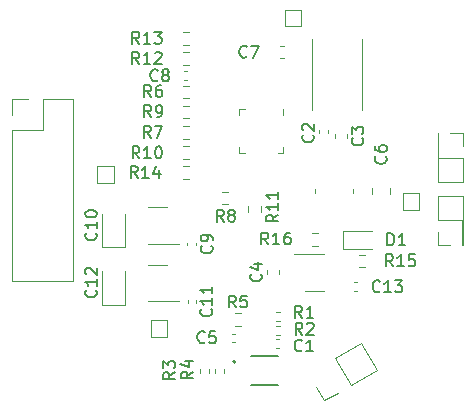
<source format=gbr>
%TF.GenerationSoftware,KiCad,Pcbnew,(6.0.4)*%
%TF.CreationDate,2023-05-25T13:34:33-04:00*%
%TF.ProjectId,PWR,5057522e-6b69-4636-9164-5f7063625858,rev?*%
%TF.SameCoordinates,Original*%
%TF.FileFunction,Legend,Top*%
%TF.FilePolarity,Positive*%
%FSLAX46Y46*%
G04 Gerber Fmt 4.6, Leading zero omitted, Abs format (unit mm)*
G04 Created by KiCad (PCBNEW (6.0.4)) date 2023-05-25 13:34:33*
%MOMM*%
%LPD*%
G01*
G04 APERTURE LIST*
%ADD10C,0.150000*%
%ADD11C,0.120000*%
%ADD12C,0.127000*%
%ADD13C,0.200000*%
G04 APERTURE END LIST*
D10*
%TO.C,C5*%
X144213333Y-108307142D02*
X144165714Y-108354761D01*
X144022857Y-108402380D01*
X143927619Y-108402380D01*
X143784761Y-108354761D01*
X143689523Y-108259523D01*
X143641904Y-108164285D01*
X143594285Y-107973809D01*
X143594285Y-107830952D01*
X143641904Y-107640476D01*
X143689523Y-107545238D01*
X143784761Y-107450000D01*
X143927619Y-107402380D01*
X144022857Y-107402380D01*
X144165714Y-107450000D01*
X144213333Y-107497619D01*
X145118095Y-107402380D02*
X144641904Y-107402380D01*
X144594285Y-107878571D01*
X144641904Y-107830952D01*
X144737142Y-107783333D01*
X144975238Y-107783333D01*
X145070476Y-107830952D01*
X145118095Y-107878571D01*
X145165714Y-107973809D01*
X145165714Y-108211904D01*
X145118095Y-108307142D01*
X145070476Y-108354761D01*
X144975238Y-108402380D01*
X144737142Y-108402380D01*
X144641904Y-108354761D01*
X144594285Y-108307142D01*
%TO.C,R3*%
X141684880Y-110866666D02*
X141208690Y-111200000D01*
X141684880Y-111438095D02*
X140684880Y-111438095D01*
X140684880Y-111057142D01*
X140732500Y-110961904D01*
X140780119Y-110914285D01*
X140875357Y-110866666D01*
X141018214Y-110866666D01*
X141113452Y-110914285D01*
X141161071Y-110961904D01*
X141208690Y-111057142D01*
X141208690Y-111438095D01*
X140684880Y-110533333D02*
X140684880Y-109914285D01*
X141065833Y-110247619D01*
X141065833Y-110104761D01*
X141113452Y-110009523D01*
X141161071Y-109961904D01*
X141256309Y-109914285D01*
X141494404Y-109914285D01*
X141589642Y-109961904D01*
X141637261Y-110009523D01*
X141684880Y-110104761D01*
X141684880Y-110390476D01*
X141637261Y-110485714D01*
X141589642Y-110533333D01*
%TO.C,R15*%
X160137142Y-101892380D02*
X159803809Y-101416190D01*
X159565714Y-101892380D02*
X159565714Y-100892380D01*
X159946666Y-100892380D01*
X160041904Y-100940000D01*
X160089523Y-100987619D01*
X160137142Y-101082857D01*
X160137142Y-101225714D01*
X160089523Y-101320952D01*
X160041904Y-101368571D01*
X159946666Y-101416190D01*
X159565714Y-101416190D01*
X161089523Y-101892380D02*
X160518095Y-101892380D01*
X160803809Y-101892380D02*
X160803809Y-100892380D01*
X160708571Y-101035238D01*
X160613333Y-101130476D01*
X160518095Y-101178095D01*
X161994285Y-100892380D02*
X161518095Y-100892380D01*
X161470476Y-101368571D01*
X161518095Y-101320952D01*
X161613333Y-101273333D01*
X161851428Y-101273333D01*
X161946666Y-101320952D01*
X161994285Y-101368571D01*
X162041904Y-101463809D01*
X162041904Y-101701904D01*
X161994285Y-101797142D01*
X161946666Y-101844761D01*
X161851428Y-101892380D01*
X161613333Y-101892380D01*
X161518095Y-101844761D01*
X161470476Y-101797142D01*
%TO.C,C4*%
X148957142Y-102556666D02*
X149004761Y-102604285D01*
X149052380Y-102747142D01*
X149052380Y-102842380D01*
X149004761Y-102985238D01*
X148909523Y-103080476D01*
X148814285Y-103128095D01*
X148623809Y-103175714D01*
X148480952Y-103175714D01*
X148290476Y-103128095D01*
X148195238Y-103080476D01*
X148100000Y-102985238D01*
X148052380Y-102842380D01*
X148052380Y-102747142D01*
X148100000Y-102604285D01*
X148147619Y-102556666D01*
X148385714Y-101699523D02*
X149052380Y-101699523D01*
X148004761Y-101937619D02*
X148719047Y-102175714D01*
X148719047Y-101556666D01*
%TO.C,C13*%
X159037142Y-103997142D02*
X158989523Y-104044761D01*
X158846666Y-104092380D01*
X158751428Y-104092380D01*
X158608571Y-104044761D01*
X158513333Y-103949523D01*
X158465714Y-103854285D01*
X158418095Y-103663809D01*
X158418095Y-103520952D01*
X158465714Y-103330476D01*
X158513333Y-103235238D01*
X158608571Y-103140000D01*
X158751428Y-103092380D01*
X158846666Y-103092380D01*
X158989523Y-103140000D01*
X159037142Y-103187619D01*
X159989523Y-104092380D02*
X159418095Y-104092380D01*
X159703809Y-104092380D02*
X159703809Y-103092380D01*
X159608571Y-103235238D01*
X159513333Y-103330476D01*
X159418095Y-103378095D01*
X160322857Y-103092380D02*
X160941904Y-103092380D01*
X160608571Y-103473333D01*
X160751428Y-103473333D01*
X160846666Y-103520952D01*
X160894285Y-103568571D01*
X160941904Y-103663809D01*
X160941904Y-103901904D01*
X160894285Y-103997142D01*
X160846666Y-104044761D01*
X160751428Y-104092380D01*
X160465714Y-104092380D01*
X160370476Y-104044761D01*
X160322857Y-103997142D01*
%TO.C,R13*%
X138652862Y-83046660D02*
X138319529Y-82570470D01*
X138081434Y-83046660D02*
X138081434Y-82046660D01*
X138462386Y-82046660D01*
X138557624Y-82094280D01*
X138605243Y-82141899D01*
X138652862Y-82237137D01*
X138652862Y-82379994D01*
X138605243Y-82475232D01*
X138557624Y-82522851D01*
X138462386Y-82570470D01*
X138081434Y-82570470D01*
X139605243Y-83046660D02*
X139033815Y-83046660D01*
X139319529Y-83046660D02*
X139319529Y-82046660D01*
X139224291Y-82189518D01*
X139129053Y-82284756D01*
X139033815Y-82332375D01*
X139938577Y-82046660D02*
X140557624Y-82046660D01*
X140224291Y-82427613D01*
X140367148Y-82427613D01*
X140462386Y-82475232D01*
X140510005Y-82522851D01*
X140557624Y-82618089D01*
X140557624Y-82856184D01*
X140510005Y-82951422D01*
X140462386Y-82999041D01*
X140367148Y-83046660D01*
X140081434Y-83046660D01*
X139986196Y-82999041D01*
X139938577Y-82951422D01*
%TO.C,R16*%
X149587142Y-100032380D02*
X149253809Y-99556190D01*
X149015714Y-100032380D02*
X149015714Y-99032380D01*
X149396666Y-99032380D01*
X149491904Y-99080000D01*
X149539523Y-99127619D01*
X149587142Y-99222857D01*
X149587142Y-99365714D01*
X149539523Y-99460952D01*
X149491904Y-99508571D01*
X149396666Y-99556190D01*
X149015714Y-99556190D01*
X150539523Y-100032380D02*
X149968095Y-100032380D01*
X150253809Y-100032380D02*
X150253809Y-99032380D01*
X150158571Y-99175238D01*
X150063333Y-99270476D01*
X149968095Y-99318095D01*
X151396666Y-99032380D02*
X151206190Y-99032380D01*
X151110952Y-99080000D01*
X151063333Y-99127619D01*
X150968095Y-99270476D01*
X150920476Y-99460952D01*
X150920476Y-99841904D01*
X150968095Y-99937142D01*
X151015714Y-99984761D01*
X151110952Y-100032380D01*
X151301428Y-100032380D01*
X151396666Y-99984761D01*
X151444285Y-99937142D01*
X151491904Y-99841904D01*
X151491904Y-99603809D01*
X151444285Y-99508571D01*
X151396666Y-99460952D01*
X151301428Y-99413333D01*
X151110952Y-99413333D01*
X151015714Y-99460952D01*
X150968095Y-99508571D01*
X150920476Y-99603809D01*
%TO.C,C1*%
X152443333Y-108997142D02*
X152395714Y-109044761D01*
X152252857Y-109092380D01*
X152157619Y-109092380D01*
X152014761Y-109044761D01*
X151919523Y-108949523D01*
X151871904Y-108854285D01*
X151824285Y-108663809D01*
X151824285Y-108520952D01*
X151871904Y-108330476D01*
X151919523Y-108235238D01*
X152014761Y-108140000D01*
X152157619Y-108092380D01*
X152252857Y-108092380D01*
X152395714Y-108140000D01*
X152443333Y-108187619D01*
X153395714Y-109092380D02*
X152824285Y-109092380D01*
X153110000Y-109092380D02*
X153110000Y-108092380D01*
X153014761Y-108235238D01*
X152919523Y-108330476D01*
X152824285Y-108378095D01*
%TO.C,R12*%
X138652862Y-84746660D02*
X138319529Y-84270470D01*
X138081434Y-84746660D02*
X138081434Y-83746660D01*
X138462386Y-83746660D01*
X138557624Y-83794280D01*
X138605243Y-83841899D01*
X138652862Y-83937137D01*
X138652862Y-84079994D01*
X138605243Y-84175232D01*
X138557624Y-84222851D01*
X138462386Y-84270470D01*
X138081434Y-84270470D01*
X139605243Y-84746660D02*
X139033815Y-84746660D01*
X139319529Y-84746660D02*
X139319529Y-83746660D01*
X139224291Y-83889518D01*
X139129053Y-83984756D01*
X139033815Y-84032375D01*
X139986196Y-83841899D02*
X140033815Y-83794280D01*
X140129053Y-83746660D01*
X140367148Y-83746660D01*
X140462386Y-83794280D01*
X140510005Y-83841899D01*
X140557624Y-83937137D01*
X140557624Y-84032375D01*
X140510005Y-84175232D01*
X139938577Y-84746660D01*
X140557624Y-84746660D01*
%TO.C,R11*%
X150432380Y-97512857D02*
X149956190Y-97846190D01*
X150432380Y-98084285D02*
X149432380Y-98084285D01*
X149432380Y-97703333D01*
X149480000Y-97608095D01*
X149527619Y-97560476D01*
X149622857Y-97512857D01*
X149765714Y-97512857D01*
X149860952Y-97560476D01*
X149908571Y-97608095D01*
X149956190Y-97703333D01*
X149956190Y-98084285D01*
X150432380Y-96560476D02*
X150432380Y-97131904D01*
X150432380Y-96846190D02*
X149432380Y-96846190D01*
X149575238Y-96941428D01*
X149670476Y-97036666D01*
X149718095Y-97131904D01*
X150432380Y-95608095D02*
X150432380Y-96179523D01*
X150432380Y-95893809D02*
X149432380Y-95893809D01*
X149575238Y-95989047D01*
X149670476Y-96084285D01*
X149718095Y-96179523D01*
%TO.C,R5*%
X146843333Y-105372380D02*
X146510000Y-104896190D01*
X146271904Y-105372380D02*
X146271904Y-104372380D01*
X146652857Y-104372380D01*
X146748095Y-104420000D01*
X146795714Y-104467619D01*
X146843333Y-104562857D01*
X146843333Y-104705714D01*
X146795714Y-104800952D01*
X146748095Y-104848571D01*
X146652857Y-104896190D01*
X146271904Y-104896190D01*
X147748095Y-104372380D02*
X147271904Y-104372380D01*
X147224285Y-104848571D01*
X147271904Y-104800952D01*
X147367142Y-104753333D01*
X147605238Y-104753333D01*
X147700476Y-104800952D01*
X147748095Y-104848571D01*
X147795714Y-104943809D01*
X147795714Y-105181904D01*
X147748095Y-105277142D01*
X147700476Y-105324761D01*
X147605238Y-105372380D01*
X147367142Y-105372380D01*
X147271904Y-105324761D01*
X147224285Y-105277142D01*
%TO.C,C11*%
X144757142Y-105522857D02*
X144804761Y-105570476D01*
X144852380Y-105713333D01*
X144852380Y-105808571D01*
X144804761Y-105951428D01*
X144709523Y-106046666D01*
X144614285Y-106094285D01*
X144423809Y-106141904D01*
X144280952Y-106141904D01*
X144090476Y-106094285D01*
X143995238Y-106046666D01*
X143900000Y-105951428D01*
X143852380Y-105808571D01*
X143852380Y-105713333D01*
X143900000Y-105570476D01*
X143947619Y-105522857D01*
X144852380Y-104570476D02*
X144852380Y-105141904D01*
X144852380Y-104856190D02*
X143852380Y-104856190D01*
X143995238Y-104951428D01*
X144090476Y-105046666D01*
X144138095Y-105141904D01*
X144852380Y-103618095D02*
X144852380Y-104189523D01*
X144852380Y-103903809D02*
X143852380Y-103903809D01*
X143995238Y-103999047D01*
X144090476Y-104094285D01*
X144138095Y-104189523D01*
%TO.C,C3*%
X157542862Y-91010946D02*
X157590481Y-91058565D01*
X157638100Y-91201422D01*
X157638100Y-91296660D01*
X157590481Y-91439518D01*
X157495243Y-91534756D01*
X157400005Y-91582375D01*
X157209529Y-91629994D01*
X157066672Y-91629994D01*
X156876196Y-91582375D01*
X156780958Y-91534756D01*
X156685720Y-91439518D01*
X156638100Y-91296660D01*
X156638100Y-91201422D01*
X156685720Y-91058565D01*
X156733339Y-91010946D01*
X156638100Y-90677613D02*
X156638100Y-90058565D01*
X157019053Y-90391899D01*
X157019053Y-90249041D01*
X157066672Y-90153803D01*
X157114291Y-90106184D01*
X157209529Y-90058565D01*
X157447624Y-90058565D01*
X157542862Y-90106184D01*
X157590481Y-90153803D01*
X157638100Y-90249041D01*
X157638100Y-90534756D01*
X157590481Y-90629994D01*
X157542862Y-90677613D01*
%TO.C,R10*%
X138682862Y-92746660D02*
X138349529Y-92270470D01*
X138111434Y-92746660D02*
X138111434Y-91746660D01*
X138492386Y-91746660D01*
X138587624Y-91794280D01*
X138635243Y-91841899D01*
X138682862Y-91937137D01*
X138682862Y-92079994D01*
X138635243Y-92175232D01*
X138587624Y-92222851D01*
X138492386Y-92270470D01*
X138111434Y-92270470D01*
X139635243Y-92746660D02*
X139063815Y-92746660D01*
X139349529Y-92746660D02*
X139349529Y-91746660D01*
X139254291Y-91889518D01*
X139159053Y-91984756D01*
X139063815Y-92032375D01*
X140254291Y-91746660D02*
X140349529Y-91746660D01*
X140444767Y-91794280D01*
X140492386Y-91841899D01*
X140540005Y-91937137D01*
X140587624Y-92127613D01*
X140587624Y-92365708D01*
X140540005Y-92556184D01*
X140492386Y-92651422D01*
X140444767Y-92699041D01*
X140349529Y-92746660D01*
X140254291Y-92746660D01*
X140159053Y-92699041D01*
X140111434Y-92651422D01*
X140063815Y-92556184D01*
X140016196Y-92365708D01*
X140016196Y-92127613D01*
X140063815Y-91937137D01*
X140111434Y-91841899D01*
X140159053Y-91794280D01*
X140254291Y-91746660D01*
%TO.C,R1*%
X152450833Y-106262380D02*
X152117500Y-105786190D01*
X151879404Y-106262380D02*
X151879404Y-105262380D01*
X152260357Y-105262380D01*
X152355595Y-105310000D01*
X152403214Y-105357619D01*
X152450833Y-105452857D01*
X152450833Y-105595714D01*
X152403214Y-105690952D01*
X152355595Y-105738571D01*
X152260357Y-105786190D01*
X151879404Y-105786190D01*
X153403214Y-106262380D02*
X152831785Y-106262380D01*
X153117500Y-106262380D02*
X153117500Y-105262380D01*
X153022261Y-105405238D01*
X152927023Y-105500476D01*
X152831785Y-105548095D01*
%TO.C,C10*%
X134987142Y-99072857D02*
X135034761Y-99120476D01*
X135082380Y-99263333D01*
X135082380Y-99358571D01*
X135034761Y-99501428D01*
X134939523Y-99596666D01*
X134844285Y-99644285D01*
X134653809Y-99691904D01*
X134510952Y-99691904D01*
X134320476Y-99644285D01*
X134225238Y-99596666D01*
X134130000Y-99501428D01*
X134082380Y-99358571D01*
X134082380Y-99263333D01*
X134130000Y-99120476D01*
X134177619Y-99072857D01*
X135082380Y-98120476D02*
X135082380Y-98691904D01*
X135082380Y-98406190D02*
X134082380Y-98406190D01*
X134225238Y-98501428D01*
X134320476Y-98596666D01*
X134368095Y-98691904D01*
X134082380Y-97501428D02*
X134082380Y-97406190D01*
X134130000Y-97310952D01*
X134177619Y-97263333D01*
X134272857Y-97215714D01*
X134463333Y-97168095D01*
X134701428Y-97168095D01*
X134891904Y-97215714D01*
X134987142Y-97263333D01*
X135034761Y-97310952D01*
X135082380Y-97406190D01*
X135082380Y-97501428D01*
X135034761Y-97596666D01*
X134987142Y-97644285D01*
X134891904Y-97691904D01*
X134701428Y-97739523D01*
X134463333Y-97739523D01*
X134272857Y-97691904D01*
X134177619Y-97644285D01*
X134130000Y-97596666D01*
X134082380Y-97501428D01*
%TO.C,R14*%
X138522862Y-94416660D02*
X138189529Y-93940470D01*
X137951434Y-94416660D02*
X137951434Y-93416660D01*
X138332386Y-93416660D01*
X138427624Y-93464280D01*
X138475243Y-93511899D01*
X138522862Y-93607137D01*
X138522862Y-93749994D01*
X138475243Y-93845232D01*
X138427624Y-93892851D01*
X138332386Y-93940470D01*
X137951434Y-93940470D01*
X139475243Y-94416660D02*
X138903815Y-94416660D01*
X139189529Y-94416660D02*
X139189529Y-93416660D01*
X139094291Y-93559518D01*
X138999053Y-93654756D01*
X138903815Y-93702375D01*
X140332386Y-93749994D02*
X140332386Y-94416660D01*
X140094291Y-93369041D02*
X139856196Y-94083327D01*
X140475243Y-94083327D01*
%TO.C,C2*%
X153352862Y-90770946D02*
X153400481Y-90818565D01*
X153448100Y-90961422D01*
X153448100Y-91056660D01*
X153400481Y-91199518D01*
X153305243Y-91294756D01*
X153210005Y-91342375D01*
X153019529Y-91389994D01*
X152876672Y-91389994D01*
X152686196Y-91342375D01*
X152590958Y-91294756D01*
X152495720Y-91199518D01*
X152448100Y-91056660D01*
X152448100Y-90961422D01*
X152495720Y-90818565D01*
X152543339Y-90770946D01*
X152543339Y-90389994D02*
X152495720Y-90342375D01*
X152448100Y-90247137D01*
X152448100Y-90009041D01*
X152495720Y-89913803D01*
X152543339Y-89866184D01*
X152638577Y-89818565D01*
X152733815Y-89818565D01*
X152876672Y-89866184D01*
X153448100Y-90437613D01*
X153448100Y-89818565D01*
%TO.C,D1*%
X159684404Y-100112380D02*
X159684404Y-99112380D01*
X159922500Y-99112380D01*
X160065357Y-99160000D01*
X160160595Y-99255238D01*
X160208214Y-99350476D01*
X160255833Y-99540952D01*
X160255833Y-99683809D01*
X160208214Y-99874285D01*
X160160595Y-99969523D01*
X160065357Y-100064761D01*
X159922500Y-100112380D01*
X159684404Y-100112380D01*
X161208214Y-100112380D02*
X160636785Y-100112380D01*
X160922500Y-100112380D02*
X160922500Y-99112380D01*
X160827261Y-99255238D01*
X160732023Y-99350476D01*
X160636785Y-99398095D01*
%TO.C,R9*%
X139679053Y-89256660D02*
X139345720Y-88780470D01*
X139107624Y-89256660D02*
X139107624Y-88256660D01*
X139488577Y-88256660D01*
X139583815Y-88304280D01*
X139631434Y-88351899D01*
X139679053Y-88447137D01*
X139679053Y-88589994D01*
X139631434Y-88685232D01*
X139583815Y-88732851D01*
X139488577Y-88780470D01*
X139107624Y-88780470D01*
X140155243Y-89256660D02*
X140345720Y-89256660D01*
X140440958Y-89209041D01*
X140488577Y-89161422D01*
X140583815Y-89018565D01*
X140631434Y-88828089D01*
X140631434Y-88447137D01*
X140583815Y-88351899D01*
X140536196Y-88304280D01*
X140440958Y-88256660D01*
X140250481Y-88256660D01*
X140155243Y-88304280D01*
X140107624Y-88351899D01*
X140060005Y-88447137D01*
X140060005Y-88685232D01*
X140107624Y-88780470D01*
X140155243Y-88828089D01*
X140250481Y-88875708D01*
X140440958Y-88875708D01*
X140536196Y-88828089D01*
X140583815Y-88780470D01*
X140631434Y-88685232D01*
%TO.C,C9*%
X144777142Y-100156666D02*
X144824761Y-100204285D01*
X144872380Y-100347142D01*
X144872380Y-100442380D01*
X144824761Y-100585238D01*
X144729523Y-100680476D01*
X144634285Y-100728095D01*
X144443809Y-100775714D01*
X144300952Y-100775714D01*
X144110476Y-100728095D01*
X144015238Y-100680476D01*
X143920000Y-100585238D01*
X143872380Y-100442380D01*
X143872380Y-100347142D01*
X143920000Y-100204285D01*
X143967619Y-100156666D01*
X144872380Y-99680476D02*
X144872380Y-99490000D01*
X144824761Y-99394761D01*
X144777142Y-99347142D01*
X144634285Y-99251904D01*
X144443809Y-99204285D01*
X144062857Y-99204285D01*
X143967619Y-99251904D01*
X143920000Y-99299523D01*
X143872380Y-99394761D01*
X143872380Y-99585238D01*
X143920000Y-99680476D01*
X143967619Y-99728095D01*
X144062857Y-99775714D01*
X144300952Y-99775714D01*
X144396190Y-99728095D01*
X144443809Y-99680476D01*
X144491428Y-99585238D01*
X144491428Y-99394761D01*
X144443809Y-99299523D01*
X144396190Y-99251904D01*
X144300952Y-99204285D01*
%TO.C,C6*%
X159517142Y-92586666D02*
X159564761Y-92634285D01*
X159612380Y-92777142D01*
X159612380Y-92872380D01*
X159564761Y-93015238D01*
X159469523Y-93110476D01*
X159374285Y-93158095D01*
X159183809Y-93205714D01*
X159040952Y-93205714D01*
X158850476Y-93158095D01*
X158755238Y-93110476D01*
X158660000Y-93015238D01*
X158612380Y-92872380D01*
X158612380Y-92777142D01*
X158660000Y-92634285D01*
X158707619Y-92586666D01*
X158612380Y-91729523D02*
X158612380Y-91920000D01*
X158660000Y-92015238D01*
X158707619Y-92062857D01*
X158850476Y-92158095D01*
X159040952Y-92205714D01*
X159421904Y-92205714D01*
X159517142Y-92158095D01*
X159564761Y-92110476D01*
X159612380Y-92015238D01*
X159612380Y-91824761D01*
X159564761Y-91729523D01*
X159517142Y-91681904D01*
X159421904Y-91634285D01*
X159183809Y-91634285D01*
X159088571Y-91681904D01*
X159040952Y-91729523D01*
X158993333Y-91824761D01*
X158993333Y-92015238D01*
X159040952Y-92110476D01*
X159088571Y-92158095D01*
X159183809Y-92205714D01*
%TO.C,C12*%
X134987142Y-103912857D02*
X135034761Y-103960476D01*
X135082380Y-104103333D01*
X135082380Y-104198571D01*
X135034761Y-104341428D01*
X134939523Y-104436666D01*
X134844285Y-104484285D01*
X134653809Y-104531904D01*
X134510952Y-104531904D01*
X134320476Y-104484285D01*
X134225238Y-104436666D01*
X134130000Y-104341428D01*
X134082380Y-104198571D01*
X134082380Y-104103333D01*
X134130000Y-103960476D01*
X134177619Y-103912857D01*
X135082380Y-102960476D02*
X135082380Y-103531904D01*
X135082380Y-103246190D02*
X134082380Y-103246190D01*
X134225238Y-103341428D01*
X134320476Y-103436666D01*
X134368095Y-103531904D01*
X134177619Y-102579523D02*
X134130000Y-102531904D01*
X134082380Y-102436666D01*
X134082380Y-102198571D01*
X134130000Y-102103333D01*
X134177619Y-102055714D01*
X134272857Y-102008095D01*
X134368095Y-102008095D01*
X134510952Y-102055714D01*
X135082380Y-102627142D01*
X135082380Y-102008095D01*
%TO.C,R2*%
X152483333Y-107672380D02*
X152150000Y-107196190D01*
X151911904Y-107672380D02*
X151911904Y-106672380D01*
X152292857Y-106672380D01*
X152388095Y-106720000D01*
X152435714Y-106767619D01*
X152483333Y-106862857D01*
X152483333Y-107005714D01*
X152435714Y-107100952D01*
X152388095Y-107148571D01*
X152292857Y-107196190D01*
X151911904Y-107196190D01*
X152864285Y-106767619D02*
X152911904Y-106720000D01*
X153007142Y-106672380D01*
X153245238Y-106672380D01*
X153340476Y-106720000D01*
X153388095Y-106767619D01*
X153435714Y-106862857D01*
X153435714Y-106958095D01*
X153388095Y-107100952D01*
X152816666Y-107672380D01*
X153435714Y-107672380D01*
%TO.C,R4*%
X143204880Y-110806666D02*
X142728690Y-111140000D01*
X143204880Y-111378095D02*
X142204880Y-111378095D01*
X142204880Y-110997142D01*
X142252500Y-110901904D01*
X142300119Y-110854285D01*
X142395357Y-110806666D01*
X142538214Y-110806666D01*
X142633452Y-110854285D01*
X142681071Y-110901904D01*
X142728690Y-110997142D01*
X142728690Y-111378095D01*
X142538214Y-109949523D02*
X143204880Y-109949523D01*
X142157261Y-110187619D02*
X142871547Y-110425714D01*
X142871547Y-109806666D01*
%TO.C,R6*%
X139679053Y-87556660D02*
X139345720Y-87080470D01*
X139107624Y-87556660D02*
X139107624Y-86556660D01*
X139488577Y-86556660D01*
X139583815Y-86604280D01*
X139631434Y-86651899D01*
X139679053Y-86747137D01*
X139679053Y-86889994D01*
X139631434Y-86985232D01*
X139583815Y-87032851D01*
X139488577Y-87080470D01*
X139107624Y-87080470D01*
X140536196Y-86556660D02*
X140345720Y-86556660D01*
X140250481Y-86604280D01*
X140202862Y-86651899D01*
X140107624Y-86794756D01*
X140060005Y-86985232D01*
X140060005Y-87366184D01*
X140107624Y-87461422D01*
X140155243Y-87509041D01*
X140250481Y-87556660D01*
X140440958Y-87556660D01*
X140536196Y-87509041D01*
X140583815Y-87461422D01*
X140631434Y-87366184D01*
X140631434Y-87128089D01*
X140583815Y-87032851D01*
X140536196Y-86985232D01*
X140440958Y-86937613D01*
X140250481Y-86937613D01*
X140155243Y-86985232D01*
X140107624Y-87032851D01*
X140060005Y-87128089D01*
%TO.C,C8*%
X140229053Y-86131422D02*
X140181434Y-86179041D01*
X140038577Y-86226660D01*
X139943339Y-86226660D01*
X139800481Y-86179041D01*
X139705243Y-86083803D01*
X139657624Y-85988565D01*
X139610005Y-85798089D01*
X139610005Y-85655232D01*
X139657624Y-85464756D01*
X139705243Y-85369518D01*
X139800481Y-85274280D01*
X139943339Y-85226660D01*
X140038577Y-85226660D01*
X140181434Y-85274280D01*
X140229053Y-85321899D01*
X140800481Y-85655232D02*
X140705243Y-85607613D01*
X140657624Y-85559994D01*
X140610005Y-85464756D01*
X140610005Y-85417137D01*
X140657624Y-85321899D01*
X140705243Y-85274280D01*
X140800481Y-85226660D01*
X140990958Y-85226660D01*
X141086196Y-85274280D01*
X141133815Y-85321899D01*
X141181434Y-85417137D01*
X141181434Y-85464756D01*
X141133815Y-85559994D01*
X141086196Y-85607613D01*
X140990958Y-85655232D01*
X140800481Y-85655232D01*
X140705243Y-85702851D01*
X140657624Y-85750470D01*
X140610005Y-85845708D01*
X140610005Y-86036184D01*
X140657624Y-86131422D01*
X140705243Y-86179041D01*
X140800481Y-86226660D01*
X140990958Y-86226660D01*
X141086196Y-86179041D01*
X141133815Y-86131422D01*
X141181434Y-86036184D01*
X141181434Y-85845708D01*
X141133815Y-85750470D01*
X141086196Y-85702851D01*
X140990958Y-85655232D01*
%TO.C,C7*%
X147767613Y-84122862D02*
X147719994Y-84170481D01*
X147577137Y-84218100D01*
X147481899Y-84218100D01*
X147339041Y-84170481D01*
X147243803Y-84075243D01*
X147196184Y-83980005D01*
X147148565Y-83789529D01*
X147148565Y-83646672D01*
X147196184Y-83456196D01*
X147243803Y-83360958D01*
X147339041Y-83265720D01*
X147481899Y-83218100D01*
X147577137Y-83218100D01*
X147719994Y-83265720D01*
X147767613Y-83313339D01*
X148100946Y-83218100D02*
X148767613Y-83218100D01*
X148339041Y-84218100D01*
%TO.C,R7*%
X139629053Y-91006660D02*
X139295720Y-90530470D01*
X139057624Y-91006660D02*
X139057624Y-90006660D01*
X139438577Y-90006660D01*
X139533815Y-90054280D01*
X139581434Y-90101899D01*
X139629053Y-90197137D01*
X139629053Y-90339994D01*
X139581434Y-90435232D01*
X139533815Y-90482851D01*
X139438577Y-90530470D01*
X139057624Y-90530470D01*
X139962386Y-90006660D02*
X140629053Y-90006660D01*
X140200481Y-91006660D01*
%TO.C,R8*%
X145823333Y-98112380D02*
X145490000Y-97636190D01*
X145251904Y-98112380D02*
X145251904Y-97112380D01*
X145632857Y-97112380D01*
X145728095Y-97160000D01*
X145775714Y-97207619D01*
X145823333Y-97302857D01*
X145823333Y-97445714D01*
X145775714Y-97540952D01*
X145728095Y-97588571D01*
X145632857Y-97636190D01*
X145251904Y-97636190D01*
X146394761Y-97540952D02*
X146299523Y-97493333D01*
X146251904Y-97445714D01*
X146204285Y-97350476D01*
X146204285Y-97302857D01*
X146251904Y-97207619D01*
X146299523Y-97160000D01*
X146394761Y-97112380D01*
X146585238Y-97112380D01*
X146680476Y-97160000D01*
X146728095Y-97207619D01*
X146775714Y-97302857D01*
X146775714Y-97350476D01*
X146728095Y-97445714D01*
X146680476Y-97493333D01*
X146585238Y-97540952D01*
X146394761Y-97540952D01*
X146299523Y-97588571D01*
X146251904Y-97636190D01*
X146204285Y-97731428D01*
X146204285Y-97921904D01*
X146251904Y-98017142D01*
X146299523Y-98064761D01*
X146394761Y-98112380D01*
X146585238Y-98112380D01*
X146680476Y-98064761D01*
X146728095Y-98017142D01*
X146775714Y-97921904D01*
X146775714Y-97731428D01*
X146728095Y-97636190D01*
X146680476Y-97588571D01*
X146585238Y-97540952D01*
D11*
%TO.C,C5*%
X146554165Y-107590000D02*
X146785835Y-107590000D01*
X146554165Y-108310000D02*
X146785835Y-108310000D01*
%TO.C,R3*%
X143792510Y-110907615D02*
X143792510Y-110572373D01*
X144552510Y-110907615D02*
X144552510Y-110572373D01*
%TO.C,R15*%
X157784724Y-101962500D02*
X157275276Y-101962500D01*
X157784724Y-100917500D02*
X157275276Y-100917500D01*
%TO.C,C4*%
X149520000Y-102536267D02*
X149520000Y-102243733D01*
X150540000Y-102536267D02*
X150540000Y-102243733D01*
%TO.C,U1*%
X140230000Y-96892500D02*
X141030000Y-96892500D01*
X140230000Y-100012500D02*
X139430000Y-100012500D01*
X140230000Y-100012500D02*
X142030000Y-100012500D01*
X140230000Y-96892500D02*
X139430000Y-96892500D01*
%TO.C,C13*%
X156844165Y-103950000D02*
X157075835Y-103950000D01*
X156844165Y-103230000D02*
X157075835Y-103230000D01*
%TO.C,TP1*%
X135120000Y-94840000D02*
X135120000Y-93440000D01*
X135120000Y-93440000D02*
X136520000Y-93440000D01*
X136520000Y-93440000D02*
X136520000Y-94840000D01*
X136520000Y-94840000D02*
X135120000Y-94840000D01*
%TO.C,R13*%
X142340996Y-83116780D02*
X142850444Y-83116780D01*
X142340996Y-82071780D02*
X142850444Y-82071780D01*
%TO.C,R16*%
X153784724Y-100152500D02*
X153275276Y-100152500D01*
X153784724Y-99107500D02*
X153275276Y-99107500D01*
%TO.C,C1*%
X150254165Y-108810000D02*
X150485835Y-108810000D01*
X150254165Y-108090000D02*
X150485835Y-108090000D01*
%TO.C,R12*%
X142340996Y-83771780D02*
X142850444Y-83771780D01*
X142340996Y-84816780D02*
X142850444Y-84816780D01*
%TO.C,L2*%
X157520000Y-82640000D02*
X157520000Y-88640000D01*
X153320000Y-82640000D02*
X153320000Y-88640000D01*
%TO.C,R11*%
X148942500Y-97294724D02*
X148942500Y-96785276D01*
X147897500Y-97294724D02*
X147897500Y-96785276D01*
%TO.C,R5*%
X146755276Y-105877500D02*
X147264724Y-105877500D01*
X146755276Y-106922500D02*
X147264724Y-106922500D01*
%TO.C,C11*%
X143490000Y-104774165D02*
X143490000Y-105005835D01*
X142770000Y-104774165D02*
X142770000Y-105005835D01*
%TO.C,U2*%
X150855720Y-92304280D02*
X150380720Y-92304280D01*
X147135720Y-88584280D02*
X147610720Y-88584280D01*
X147135720Y-91829280D02*
X147135720Y-92304280D01*
X150855720Y-89059280D02*
X150855720Y-88584280D01*
X150855720Y-91829280D02*
X150855720Y-92304280D01*
X147135720Y-92304280D02*
X147610720Y-92304280D01*
X147135720Y-89059280D02*
X147135720Y-88584280D01*
%TO.C,C3*%
X155245720Y-90698013D02*
X155245720Y-90990547D01*
X156265720Y-90698013D02*
X156265720Y-90990547D01*
%TO.C,R10*%
X142340996Y-92776780D02*
X142850444Y-92776780D01*
X142340996Y-91731780D02*
X142850444Y-91731780D01*
%TO.C,R1*%
X150222379Y-106500000D02*
X150557621Y-106500000D01*
X150222379Y-105740000D02*
X150557621Y-105740000D01*
%TO.C,C10*%
X135520000Y-97430000D02*
X135520000Y-100290000D01*
X135520000Y-100290000D02*
X137440000Y-100290000D01*
X137440000Y-100290000D02*
X137440000Y-97430000D01*
%TO.C,R14*%
X142340996Y-94476780D02*
X142850444Y-94476780D01*
X142340996Y-93431780D02*
X142850444Y-93431780D01*
%TO.C,L1*%
X153570000Y-95314280D02*
X153570000Y-95714280D01*
X156770000Y-95314280D02*
X156770000Y-95714280D01*
%TO.C,C2*%
X153885720Y-90378445D02*
X153885720Y-90610115D01*
X154605720Y-90378445D02*
X154605720Y-90610115D01*
%TO.C,J4*%
X166060000Y-94760000D02*
X163940000Y-94760000D01*
X165000000Y-90640000D02*
X166060000Y-90640000D01*
X164000000Y-90640000D02*
X163940000Y-90640000D01*
X163940000Y-90640000D02*
X163940000Y-94760000D01*
X166060000Y-90640000D02*
X166060000Y-91700000D01*
X164000000Y-90640000D02*
X164000000Y-92700000D01*
X166060000Y-92700000D02*
X166060000Y-94760000D01*
X164000000Y-92700000D02*
X166060000Y-92700000D01*
%TO.C,U4*%
X153530000Y-103950000D02*
X152730000Y-103950000D01*
X153530000Y-100830000D02*
X154330000Y-100830000D01*
X153530000Y-103950000D02*
X154330000Y-103950000D01*
X153530000Y-100830000D02*
X151730000Y-100830000D01*
%TO.C,D1*%
X155915000Y-100395000D02*
X158375000Y-100395000D01*
X155915000Y-98925000D02*
X155915000Y-100395000D01*
X158375000Y-98925000D02*
X155915000Y-98925000D01*
%TO.C,R9*%
X142340996Y-88331780D02*
X142850444Y-88331780D01*
X142340996Y-89376780D02*
X142850444Y-89376780D01*
%TO.C,C9*%
X143470000Y-99884165D02*
X143470000Y-100115835D01*
X142750000Y-99884165D02*
X142750000Y-100115835D01*
%TO.C,TP3*%
X150970000Y-80190000D02*
X152370000Y-80190000D01*
X150970000Y-81590000D02*
X150970000Y-80190000D01*
X152370000Y-81590000D02*
X150970000Y-81590000D01*
X152370000Y-80190000D02*
X152370000Y-81590000D01*
%TO.C,C6*%
X159880720Y-95775532D02*
X159880720Y-95253028D01*
X158410720Y-95775532D02*
X158410720Y-95253028D01*
%TO.C,C12*%
X135520000Y-102280000D02*
X135520000Y-105140000D01*
X137440000Y-105140000D02*
X137440000Y-102280000D01*
X135520000Y-105140000D02*
X137440000Y-105140000D01*
%TO.C,TP4*%
X141050000Y-106480000D02*
X141050000Y-107880000D01*
X141050000Y-107880000D02*
X139650000Y-107880000D01*
X139650000Y-106480000D02*
X141050000Y-106480000D01*
X139650000Y-107880000D02*
X139650000Y-106480000D01*
%TO.C,J3*%
X165000000Y-100060000D02*
X163940000Y-100060000D01*
X166000000Y-98000000D02*
X163940000Y-98000000D01*
X166000000Y-100060000D02*
X166000000Y-98000000D01*
X163940000Y-100060000D02*
X163940000Y-99000000D01*
X166000000Y-100060000D02*
X166060000Y-100060000D01*
X166060000Y-100060000D02*
X166060000Y-95940000D01*
X163940000Y-95940000D02*
X166060000Y-95940000D01*
X163940000Y-98000000D02*
X163940000Y-95940000D01*
%TO.C,J1*%
X158812336Y-110654314D02*
X157482336Y-108350686D01*
X156560670Y-111954314D02*
X158812336Y-110654314D01*
X156560670Y-111954314D02*
X155230670Y-109650686D01*
X155460818Y-112589314D02*
X154309004Y-113254314D01*
X154309004Y-113254314D02*
X153644004Y-112102500D01*
X155230670Y-109650686D02*
X157482336Y-108350686D01*
%TO.C,R2*%
X150222379Y-106910000D02*
X150557621Y-106910000D01*
X150222379Y-107670000D02*
X150557621Y-107670000D01*
%TO.C,R4*%
X145882500Y-110917621D02*
X145882500Y-110582379D01*
X145122500Y-110917621D02*
X145122500Y-110582379D01*
D12*
%TO.C,IC1*%
X148102500Y-111925000D02*
X150402500Y-111925000D01*
X148102500Y-109515000D02*
X150402500Y-109515000D01*
D13*
X146827500Y-109970000D02*
G75*
G03*
X146827500Y-109970000I-100000J0D01*
G01*
D11*
%TO.C,R6*%
X142340996Y-87676780D02*
X142850444Y-87676780D01*
X142340996Y-86631780D02*
X142850444Y-86631780D01*
%TO.C,C8*%
X142711555Y-86084280D02*
X142479885Y-86084280D01*
X142711555Y-85364280D02*
X142479885Y-85364280D01*
%TO.C,C7*%
X150916267Y-84230000D02*
X150623733Y-84230000D01*
X150916267Y-83210000D02*
X150623733Y-83210000D01*
%TO.C,R7*%
X142340996Y-90031780D02*
X142850444Y-90031780D01*
X142340996Y-91076780D02*
X142850444Y-91076780D01*
%TO.C,TP2*%
X160960000Y-97120000D02*
X160960000Y-95720000D01*
X162360000Y-97120000D02*
X160960000Y-97120000D01*
X160960000Y-95720000D02*
X162360000Y-95720000D01*
X162360000Y-95720000D02*
X162360000Y-97120000D01*
%TO.C,U3*%
X140230000Y-104862500D02*
X139430000Y-104862500D01*
X140230000Y-101742500D02*
X139430000Y-101742500D01*
X140230000Y-104862500D02*
X142030000Y-104862500D01*
X140230000Y-101742500D02*
X141030000Y-101742500D01*
%TO.C,J2*%
X127895000Y-103130000D02*
X133095000Y-103130000D01*
X130495000Y-87770000D02*
X133095000Y-87770000D01*
X127895000Y-90370000D02*
X130495000Y-90370000D01*
X127895000Y-89100000D02*
X127895000Y-87770000D01*
X130495000Y-90370000D02*
X130495000Y-87770000D01*
X133095000Y-87770000D02*
X133095000Y-103130000D01*
X127895000Y-87770000D02*
X129225000Y-87770000D01*
X127895000Y-90370000D02*
X127895000Y-103130000D01*
%TO.C,R8*%
X146194724Y-95587500D02*
X145685276Y-95587500D01*
X146194724Y-96632500D02*
X145685276Y-96632500D01*
%TD*%
M02*

</source>
